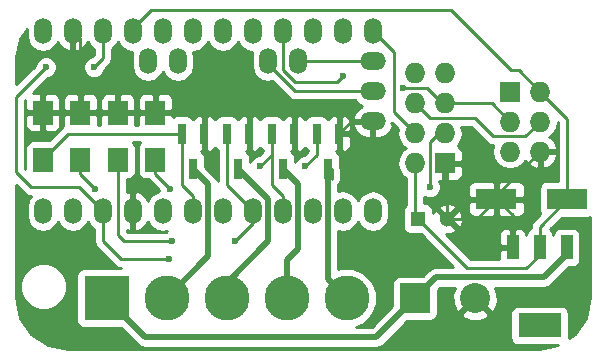
<source format=gbl>
G04 #@! TF.FileFunction,Copper,L2,Bot,Signal*
%FSLAX46Y46*%
G04 Gerber Fmt 4.6, Leading zero omitted, Abs format (unit mm)*
G04 Created by KiCad (PCBNEW 4.0.2-stable) date 01.11.2016 20:23:11*
%MOMM*%
G01*
G04 APERTURE LIST*
%ADD10C,0.100000*%
%ADD11O,1.501140X2.199640*%
%ADD12O,2.199640X1.501140*%
%ADD13O,1.727200X1.727200*%
%ADD14R,1.727200X1.727200*%
%ADD15R,3.500120X1.800860*%
%ADD16R,1.300000X1.300000*%
%ADD17C,1.300000*%
%ADD18C,3.810000*%
%ADD19R,3.810000X3.810000*%
%ADD20R,2.540000X2.540000*%
%ADD21C,2.540000*%
%ADD22R,0.800100X1.800860*%
%ADD23R,1.700000X2.000000*%
%ADD24R,3.657600X2.032000*%
%ADD25R,1.016000X2.032000*%
%ADD26C,0.600000*%
%ADD27C,0.250000*%
%ADD28C,0.500000*%
%ADD29C,0.254000*%
G04 APERTURE END LIST*
D10*
D11*
X127000000Y-74930000D03*
X129540000Y-74930000D03*
X107950000Y-87630000D03*
X110490000Y-87630000D03*
X113030000Y-87630000D03*
X115570000Y-87630000D03*
X118110000Y-87630000D03*
X120650000Y-87630000D03*
X123190000Y-87630000D03*
X125730000Y-87630000D03*
X128270000Y-87630000D03*
X130810000Y-87630000D03*
X133350000Y-87630000D03*
X135890000Y-87630000D03*
X135890000Y-72390000D03*
X133350000Y-72390000D03*
X130810000Y-72390000D03*
X128270000Y-72390000D03*
X125730000Y-72390000D03*
X123190000Y-72390000D03*
X120650000Y-72390000D03*
X118110000Y-72390000D03*
X115570000Y-72390000D03*
X113030000Y-72390000D03*
X110490000Y-72390000D03*
X107950000Y-72390000D03*
X119380000Y-74930000D03*
X116840000Y-74930000D03*
D12*
X135890000Y-74930000D03*
X135890000Y-77470000D03*
X135890000Y-80010000D03*
D13*
X141986000Y-75946000D03*
X139446000Y-75946000D03*
X141986000Y-78486000D03*
X139446000Y-78486000D03*
X141986000Y-81026000D03*
X139446000Y-81026000D03*
D14*
X141986000Y-83566000D03*
D13*
X139446000Y-83566000D03*
D15*
X146352260Y-86614000D03*
X152351740Y-86614000D03*
D16*
X139700000Y-88265000D03*
D17*
X142200000Y-88265000D03*
D18*
X118420000Y-95000000D03*
X123500000Y-95000000D03*
D19*
X113340000Y-95000000D03*
D18*
X128580000Y-95000000D03*
X133660000Y-95000000D03*
D20*
X139460000Y-95000000D03*
D21*
X144540000Y-95000000D03*
D22*
X119700000Y-81048860D03*
X121600000Y-81048860D03*
X120650000Y-84051140D03*
X123510000Y-81048860D03*
X125410000Y-81048860D03*
X124460000Y-84051140D03*
X127320000Y-81048860D03*
X129220000Y-81048860D03*
X128270000Y-84051140D03*
D23*
X107950000Y-83280000D03*
X107950000Y-79280000D03*
X114300000Y-83280000D03*
X114300000Y-79280000D03*
X111125000Y-83280000D03*
X111125000Y-79280000D03*
X117475000Y-83280000D03*
X117475000Y-79280000D03*
D24*
X150000000Y-97302000D03*
D25*
X150000000Y-90698000D03*
X152286000Y-90698000D03*
X147714000Y-90698000D03*
D22*
X131130000Y-81048860D03*
X133030000Y-81048860D03*
X132080000Y-84051140D03*
D14*
X147500000Y-77500000D03*
D13*
X150040000Y-77500000D03*
X147500000Y-80040000D03*
X150040000Y-80040000D03*
X147500000Y-82580000D03*
X150040000Y-82580000D03*
D26*
X133350000Y-76200000D03*
X138430000Y-77216000D03*
X118618000Y-91694000D03*
X112268000Y-75438000D03*
X108204000Y-75438000D03*
X124206000Y-90170000D03*
X118872000Y-90170000D03*
X126365000Y-83820000D03*
X112395000Y-85725000D03*
X130175000Y-83820000D03*
X118745000Y-85725000D03*
X140716000Y-85598000D03*
D27*
X152351740Y-86614000D02*
X152351740Y-79811740D01*
X152351740Y-79811740D02*
X150040000Y-77500000D01*
X150000000Y-90698000D02*
X150000000Y-88965740D01*
X150000000Y-88965740D02*
X152351740Y-86614000D01*
X150000000Y-90698000D02*
X150000000Y-90538000D01*
X115570000Y-72390000D02*
X115570000Y-72136000D01*
X115570000Y-72136000D02*
X117094000Y-70612000D01*
X148232000Y-75692000D02*
X150040000Y-77500000D01*
X150000000Y-90698000D02*
X150000000Y-91300000D01*
X150000000Y-91300000D02*
X148844000Y-92456000D01*
X148844000Y-92456000D02*
X143891000Y-92456000D01*
X143891000Y-92456000D02*
X139446000Y-88011000D01*
X139446000Y-88011000D02*
X139446000Y-83566000D01*
X117094000Y-70612000D02*
X142494000Y-70612000D01*
X142494000Y-70612000D02*
X147574000Y-75692000D01*
X147574000Y-75692000D02*
X148232000Y-75692000D01*
X129220000Y-79690000D02*
X129225000Y-79690000D01*
X133030000Y-79690000D02*
X133030000Y-81048860D01*
X132715000Y-79375000D02*
X133030000Y-79690000D01*
X129540000Y-79375000D02*
X132715000Y-79375000D01*
X129225000Y-79690000D02*
X129540000Y-79375000D01*
X125410000Y-79690000D02*
X125415000Y-79690000D01*
X129220000Y-79690000D02*
X129220000Y-81048860D01*
X128905000Y-79375000D02*
X129220000Y-79690000D01*
X125730000Y-79375000D02*
X128905000Y-79375000D01*
X125415000Y-79690000D02*
X125730000Y-79375000D01*
X121600000Y-79690000D02*
X121605000Y-79690000D01*
X125410000Y-79690000D02*
X125410000Y-81048860D01*
X125095000Y-79375000D02*
X125410000Y-79690000D01*
X121920000Y-79375000D02*
X125095000Y-79375000D01*
X121605000Y-79690000D02*
X121920000Y-79375000D01*
X121600000Y-81048860D02*
X121600000Y-79690000D01*
X121190000Y-79280000D02*
X117475000Y-79280000D01*
X121600000Y-79690000D02*
X121190000Y-79280000D01*
X134068860Y-80010000D02*
X133030000Y-81048860D01*
X135890000Y-80010000D02*
X134068860Y-80010000D01*
X147714000Y-90698000D02*
X147714000Y-87975740D01*
X147714000Y-87975740D02*
X146352260Y-86614000D01*
X142200000Y-88265000D02*
X142200000Y-83780000D01*
X142200000Y-83780000D02*
X141986000Y-83566000D01*
X142200000Y-88265000D02*
X144701260Y-88265000D01*
X144701260Y-88265000D02*
X146352260Y-86614000D01*
X146352260Y-86614000D02*
X146352260Y-86267740D01*
X146352260Y-86267740D02*
X150040000Y-82580000D01*
X111125000Y-79280000D02*
X111125000Y-73025000D01*
X111125000Y-73025000D02*
X110490000Y-72390000D01*
X107950000Y-79280000D02*
X111125000Y-79280000D01*
X111125000Y-79280000D02*
X114300000Y-79280000D01*
X114300000Y-79280000D02*
X117475000Y-79280000D01*
X152114000Y-90526000D02*
X152146000Y-90558000D01*
X152146000Y-90558000D02*
X152146000Y-91440000D01*
D28*
X152146000Y-91440000D02*
X150368000Y-93218000D01*
X150368000Y-93218000D02*
X141224000Y-93218000D01*
X141224000Y-93218000D02*
X139460000Y-95000000D01*
D27*
X113340000Y-95000000D02*
X113340000Y-95052000D01*
D28*
X113340000Y-95052000D02*
X116586000Y-98298000D01*
X116586000Y-98298000D02*
X136162000Y-98298000D01*
X136162000Y-98298000D02*
X139460000Y-95000000D01*
D27*
X141986000Y-78486000D02*
X141732000Y-78486000D01*
X141732000Y-78486000D02*
X140462000Y-77216000D01*
X140462000Y-77216000D02*
X138430000Y-77216000D01*
X141986000Y-78486000D02*
X145946000Y-78486000D01*
X145946000Y-78486000D02*
X147500000Y-80040000D01*
X129286000Y-76708000D02*
X128270000Y-75692000D01*
X132842000Y-76708000D02*
X129286000Y-76708000D01*
X133350000Y-76200000D02*
X132842000Y-76708000D01*
X128270000Y-75692000D02*
X128270000Y-72390000D01*
X148800000Y-81280000D02*
X150040000Y-80040000D01*
X146050000Y-81280000D02*
X148800000Y-81280000D01*
X144526000Y-79756000D02*
X146050000Y-81280000D01*
X140716000Y-79756000D02*
X144526000Y-79756000D01*
X139446000Y-78486000D02*
X140716000Y-79756000D01*
X106934000Y-85598000D02*
X105664000Y-84328000D01*
X110998000Y-85598000D02*
X106934000Y-85598000D01*
X113030000Y-87630000D02*
X113030000Y-90170000D01*
X114554000Y-91694000D02*
X118618000Y-91694000D01*
X113030000Y-90170000D02*
X114554000Y-91694000D01*
X113030000Y-87630000D02*
X110998000Y-85598000D01*
X113030000Y-74676000D02*
X113030000Y-72390000D01*
X112268000Y-75438000D02*
X113030000Y-74676000D01*
X105664000Y-77978000D02*
X108204000Y-75438000D01*
X105664000Y-84328000D02*
X105664000Y-77978000D01*
D28*
X118420000Y-95000000D02*
X118420000Y-94940000D01*
X118420000Y-94940000D02*
X121920000Y-91440000D01*
X121920000Y-91440000D02*
X121920000Y-85321140D01*
X121920000Y-85321140D02*
X120650000Y-84051140D01*
X123500000Y-95000000D02*
X123500000Y-93670000D01*
X123500000Y-93670000D02*
X127000000Y-90170000D01*
X127000000Y-86591140D02*
X124460000Y-84051140D01*
X127000000Y-90170000D02*
X127000000Y-86591140D01*
X128580000Y-95000000D02*
X128580000Y-91765000D01*
X129540000Y-85321140D02*
X128270000Y-84051140D01*
X129540000Y-90805000D02*
X129540000Y-85321140D01*
X128580000Y-91765000D02*
X129540000Y-90805000D01*
X129540000Y-94040000D02*
X128580000Y-95000000D01*
X133660000Y-95000000D02*
X133660000Y-94925000D01*
X133660000Y-94925000D02*
X132080000Y-93345000D01*
X132080000Y-93345000D02*
X132080000Y-84051140D01*
D27*
X132400000Y-84051140D02*
X132400000Y-84902000D01*
X120650000Y-87630000D02*
X120650000Y-86360000D01*
X119700000Y-85410000D02*
X119700000Y-81048860D01*
X120650000Y-86360000D02*
X119700000Y-85410000D01*
X120970000Y-87310000D02*
X120650000Y-87630000D01*
X107950000Y-83280000D02*
X107950000Y-83185000D01*
X107950000Y-83185000D02*
X110086140Y-81048860D01*
X110086140Y-81048860D02*
X119700000Y-81048860D01*
X107950000Y-83280000D02*
X107950000Y-83058000D01*
X123510000Y-81048860D02*
X123510000Y-85410000D01*
X123510000Y-85410000D02*
X125730000Y-87630000D01*
X124206000Y-90170000D02*
X125730000Y-88646000D01*
X125730000Y-88646000D02*
X125730000Y-87630000D01*
X114300000Y-83280000D02*
X114300000Y-89662000D01*
X114808000Y-90170000D02*
X118872000Y-90170000D01*
X114300000Y-89662000D02*
X114808000Y-90170000D01*
X111125000Y-83280000D02*
X111125000Y-84455000D01*
X127320000Y-82865000D02*
X127320000Y-81048860D01*
X126365000Y-83820000D02*
X127320000Y-82865000D01*
X111125000Y-84455000D02*
X112395000Y-85725000D01*
X127320000Y-81048860D02*
X127320000Y-85410000D01*
X128270000Y-86360000D02*
X128270000Y-87630000D01*
X127320000Y-85410000D02*
X128270000Y-86360000D01*
X128590000Y-87310000D02*
X128270000Y-87630000D01*
X117475000Y-83280000D02*
X117475000Y-84455000D01*
X131130000Y-82865000D02*
X131130000Y-81048860D01*
X130175000Y-83820000D02*
X131130000Y-82865000D01*
X117475000Y-84455000D02*
X118745000Y-85725000D01*
X141986000Y-81026000D02*
X141478000Y-81026000D01*
X141478000Y-81026000D02*
X140716000Y-81788000D01*
X140716000Y-81788000D02*
X140716000Y-85598000D01*
X137668000Y-79248000D02*
X139446000Y-81026000D01*
X137668000Y-74168000D02*
X137668000Y-79248000D01*
X135890000Y-72390000D02*
X137668000Y-74168000D01*
X127000000Y-74930000D02*
X127000000Y-75184000D01*
X127000000Y-75184000D02*
X129286000Y-77470000D01*
X129286000Y-77470000D02*
X135890000Y-77470000D01*
X129540000Y-74930000D02*
X135890000Y-74930000D01*
D29*
G36*
X106396599Y-86135401D02*
X106643160Y-86300148D01*
X106912340Y-86353692D01*
X106669900Y-86716528D01*
X106564430Y-87246763D01*
X106564430Y-88013237D01*
X106669900Y-88543472D01*
X106970254Y-88992983D01*
X107419765Y-89293337D01*
X107950000Y-89398807D01*
X108480235Y-89293337D01*
X108929746Y-88992983D01*
X109220000Y-88558588D01*
X109510254Y-88992983D01*
X109959765Y-89293337D01*
X110490000Y-89398807D01*
X111020235Y-89293337D01*
X111469746Y-88992983D01*
X111760000Y-88558588D01*
X112050254Y-88992983D01*
X112270000Y-89139813D01*
X112270000Y-90170000D01*
X112327852Y-90460839D01*
X112492599Y-90707401D01*
X114016599Y-92231401D01*
X114263160Y-92396148D01*
X114284371Y-92400367D01*
X114521624Y-92447560D01*
X111435000Y-92447560D01*
X111199683Y-92491838D01*
X110983559Y-92630910D01*
X110838569Y-92843110D01*
X110787560Y-93095000D01*
X110787560Y-96905000D01*
X110831838Y-97140317D01*
X110970910Y-97356441D01*
X111183110Y-97501431D01*
X111435000Y-97552440D01*
X114588861Y-97552440D01*
X115960208Y-98923787D01*
X115960210Y-98923790D01*
X116247325Y-99115633D01*
X116586000Y-99183001D01*
X116586005Y-99183000D01*
X136161995Y-99183000D01*
X136162000Y-99183001D01*
X136449175Y-99125877D01*
X136500675Y-99115633D01*
X136787790Y-98923790D01*
X136787791Y-98923789D01*
X138794139Y-96917440D01*
X140730000Y-96917440D01*
X140965317Y-96873162D01*
X141181441Y-96734090D01*
X141326431Y-96521890D01*
X141361689Y-96347777D01*
X143371828Y-96347777D01*
X143503520Y-96642657D01*
X144211036Y-96914261D01*
X144968632Y-96894436D01*
X145576480Y-96642657D01*
X145708172Y-96347777D01*
X144540000Y-95179605D01*
X143371828Y-96347777D01*
X141361689Y-96347777D01*
X141377440Y-96270000D01*
X141377440Y-94320975D01*
X141593213Y-94103000D01*
X142843799Y-94103000D01*
X142625739Y-94671036D01*
X142645564Y-95428632D01*
X142897343Y-96036480D01*
X143192223Y-96168172D01*
X144360395Y-95000000D01*
X144346253Y-94985858D01*
X144525858Y-94806253D01*
X144540000Y-94820395D01*
X144554143Y-94806253D01*
X144733748Y-94985858D01*
X144719605Y-95000000D01*
X145887777Y-96168172D01*
X146182657Y-96036480D01*
X146454261Y-95328964D01*
X146434436Y-94571368D01*
X146240432Y-94103000D01*
X150367995Y-94103000D01*
X150368000Y-94103001D01*
X150650484Y-94046810D01*
X150706675Y-94035633D01*
X150993790Y-93843790D01*
X152476139Y-92361440D01*
X152794000Y-92361440D01*
X153029317Y-92317162D01*
X153245441Y-92178090D01*
X153390431Y-91965890D01*
X153441440Y-91714000D01*
X153441440Y-89682000D01*
X153397162Y-89446683D01*
X153258090Y-89230559D01*
X153045890Y-89085569D01*
X152794000Y-89034560D01*
X151778000Y-89034560D01*
X151542683Y-89078838D01*
X151326559Y-89217910D01*
X151181569Y-89430110D01*
X151143457Y-89618314D01*
X151111162Y-89446683D01*
X150972090Y-89230559D01*
X150875785Y-89164757D01*
X151878672Y-88161870D01*
X154101800Y-88161870D01*
X154290000Y-88126458D01*
X154290000Y-94930069D01*
X153950592Y-96636390D01*
X153023654Y-98023651D01*
X152459513Y-98400598D01*
X152476240Y-98318000D01*
X152476240Y-96286000D01*
X152431962Y-96050683D01*
X152292890Y-95834559D01*
X152080690Y-95689569D01*
X151828800Y-95638560D01*
X148171200Y-95638560D01*
X147935883Y-95682838D01*
X147719759Y-95821910D01*
X147574769Y-96034110D01*
X147523760Y-96286000D01*
X147523760Y-98318000D01*
X147568038Y-98553317D01*
X147707110Y-98769441D01*
X147919310Y-98914431D01*
X148171200Y-98965440D01*
X151561744Y-98965440D01*
X149930069Y-99290000D01*
X110069931Y-99290000D01*
X108363610Y-98950592D01*
X106976349Y-98023654D01*
X106049408Y-96636390D01*
X105710000Y-94930069D01*
X105710000Y-94393109D01*
X106014657Y-94393109D01*
X106316218Y-95122943D01*
X106874120Y-95681819D01*
X107603427Y-95984654D01*
X108393109Y-95985343D01*
X109122943Y-95683782D01*
X109681819Y-95125880D01*
X109984654Y-94396573D01*
X109985343Y-93606891D01*
X109683782Y-92877057D01*
X109125880Y-92318181D01*
X108396573Y-92015346D01*
X107606891Y-92014657D01*
X106877057Y-92316218D01*
X106318181Y-92874120D01*
X106015346Y-93603427D01*
X106014657Y-94393109D01*
X105710000Y-94393109D01*
X105710000Y-85448802D01*
X106396599Y-86135401D01*
X106396599Y-86135401D01*
G37*
X106396599Y-86135401D02*
X106643160Y-86300148D01*
X106912340Y-86353692D01*
X106669900Y-86716528D01*
X106564430Y-87246763D01*
X106564430Y-88013237D01*
X106669900Y-88543472D01*
X106970254Y-88992983D01*
X107419765Y-89293337D01*
X107950000Y-89398807D01*
X108480235Y-89293337D01*
X108929746Y-88992983D01*
X109220000Y-88558588D01*
X109510254Y-88992983D01*
X109959765Y-89293337D01*
X110490000Y-89398807D01*
X111020235Y-89293337D01*
X111469746Y-88992983D01*
X111760000Y-88558588D01*
X112050254Y-88992983D01*
X112270000Y-89139813D01*
X112270000Y-90170000D01*
X112327852Y-90460839D01*
X112492599Y-90707401D01*
X114016599Y-92231401D01*
X114263160Y-92396148D01*
X114284371Y-92400367D01*
X114521624Y-92447560D01*
X111435000Y-92447560D01*
X111199683Y-92491838D01*
X110983559Y-92630910D01*
X110838569Y-92843110D01*
X110787560Y-93095000D01*
X110787560Y-96905000D01*
X110831838Y-97140317D01*
X110970910Y-97356441D01*
X111183110Y-97501431D01*
X111435000Y-97552440D01*
X114588861Y-97552440D01*
X115960208Y-98923787D01*
X115960210Y-98923790D01*
X116247325Y-99115633D01*
X116586000Y-99183001D01*
X116586005Y-99183000D01*
X136161995Y-99183000D01*
X136162000Y-99183001D01*
X136449175Y-99125877D01*
X136500675Y-99115633D01*
X136787790Y-98923790D01*
X136787791Y-98923789D01*
X138794139Y-96917440D01*
X140730000Y-96917440D01*
X140965317Y-96873162D01*
X141181441Y-96734090D01*
X141326431Y-96521890D01*
X141361689Y-96347777D01*
X143371828Y-96347777D01*
X143503520Y-96642657D01*
X144211036Y-96914261D01*
X144968632Y-96894436D01*
X145576480Y-96642657D01*
X145708172Y-96347777D01*
X144540000Y-95179605D01*
X143371828Y-96347777D01*
X141361689Y-96347777D01*
X141377440Y-96270000D01*
X141377440Y-94320975D01*
X141593213Y-94103000D01*
X142843799Y-94103000D01*
X142625739Y-94671036D01*
X142645564Y-95428632D01*
X142897343Y-96036480D01*
X143192223Y-96168172D01*
X144360395Y-95000000D01*
X144346253Y-94985858D01*
X144525858Y-94806253D01*
X144540000Y-94820395D01*
X144554143Y-94806253D01*
X144733748Y-94985858D01*
X144719605Y-95000000D01*
X145887777Y-96168172D01*
X146182657Y-96036480D01*
X146454261Y-95328964D01*
X146434436Y-94571368D01*
X146240432Y-94103000D01*
X150367995Y-94103000D01*
X150368000Y-94103001D01*
X150650484Y-94046810D01*
X150706675Y-94035633D01*
X150993790Y-93843790D01*
X152476139Y-92361440D01*
X152794000Y-92361440D01*
X153029317Y-92317162D01*
X153245441Y-92178090D01*
X153390431Y-91965890D01*
X153441440Y-91714000D01*
X153441440Y-89682000D01*
X153397162Y-89446683D01*
X153258090Y-89230559D01*
X153045890Y-89085569D01*
X152794000Y-89034560D01*
X151778000Y-89034560D01*
X151542683Y-89078838D01*
X151326559Y-89217910D01*
X151181569Y-89430110D01*
X151143457Y-89618314D01*
X151111162Y-89446683D01*
X150972090Y-89230559D01*
X150875785Y-89164757D01*
X151878672Y-88161870D01*
X154101800Y-88161870D01*
X154290000Y-88126458D01*
X154290000Y-94930069D01*
X153950592Y-96636390D01*
X153023654Y-98023651D01*
X152459513Y-98400598D01*
X152476240Y-98318000D01*
X152476240Y-96286000D01*
X152431962Y-96050683D01*
X152292890Y-95834559D01*
X152080690Y-95689569D01*
X151828800Y-95638560D01*
X148171200Y-95638560D01*
X147935883Y-95682838D01*
X147719759Y-95821910D01*
X147574769Y-96034110D01*
X147523760Y-96286000D01*
X147523760Y-98318000D01*
X147568038Y-98553317D01*
X147707110Y-98769441D01*
X147919310Y-98914431D01*
X148171200Y-98965440D01*
X151561744Y-98965440D01*
X149930069Y-99290000D01*
X110069931Y-99290000D01*
X108363610Y-98950592D01*
X106976349Y-98023654D01*
X106049408Y-96636390D01*
X105710000Y-94930069D01*
X105710000Y-94393109D01*
X106014657Y-94393109D01*
X106316218Y-95122943D01*
X106874120Y-95681819D01*
X107603427Y-95984654D01*
X108393109Y-95985343D01*
X109122943Y-95683782D01*
X109681819Y-95125880D01*
X109984654Y-94396573D01*
X109985343Y-93606891D01*
X109683782Y-92877057D01*
X109125880Y-92318181D01*
X108396573Y-92015346D01*
X107606891Y-92014657D01*
X106877057Y-92316218D01*
X106318181Y-92874120D01*
X106015346Y-93603427D01*
X106014657Y-94393109D01*
X105710000Y-94393109D01*
X105710000Y-85448802D01*
X106396599Y-86135401D01*
G36*
X106564430Y-72773237D02*
X106669900Y-73303472D01*
X106970254Y-73752983D01*
X107419765Y-74053337D01*
X107950000Y-74158807D01*
X108480235Y-74053337D01*
X108929746Y-73752983D01*
X109230100Y-73303472D01*
X109231601Y-73295928D01*
X109258501Y-73386817D01*
X109600056Y-73808798D01*
X110077097Y-74067950D01*
X110148725Y-74082133D01*
X110363000Y-73959479D01*
X110363000Y-72517000D01*
X110343000Y-72517000D01*
X110343000Y-72263000D01*
X110363000Y-72263000D01*
X110363000Y-72243000D01*
X110617000Y-72243000D01*
X110617000Y-72263000D01*
X110637000Y-72263000D01*
X110637000Y-72517000D01*
X110617000Y-72517000D01*
X110617000Y-73959479D01*
X110831275Y-74082133D01*
X110902903Y-74067950D01*
X111379944Y-73808798D01*
X111721499Y-73386817D01*
X111748399Y-73295928D01*
X111749900Y-73303472D01*
X112050254Y-73752983D01*
X112270000Y-73899813D01*
X112270000Y-74361198D01*
X112128320Y-74502878D01*
X112082833Y-74502838D01*
X111739057Y-74644883D01*
X111475808Y-74907673D01*
X111333162Y-75251201D01*
X111332838Y-75623167D01*
X111474883Y-75966943D01*
X111737673Y-76230192D01*
X112081201Y-76372838D01*
X112453167Y-76373162D01*
X112796943Y-76231117D01*
X113060192Y-75968327D01*
X113202838Y-75624799D01*
X113202879Y-75577923D01*
X113567401Y-75213401D01*
X113732148Y-74966839D01*
X113790000Y-74676000D01*
X113790000Y-73899813D01*
X114009746Y-73752983D01*
X114300000Y-73318588D01*
X114590254Y-73752983D01*
X115039765Y-74053337D01*
X115533061Y-74151459D01*
X115454430Y-74546763D01*
X115454430Y-75313237D01*
X115559900Y-75843472D01*
X115860254Y-76292983D01*
X116309765Y-76593337D01*
X116840000Y-76698807D01*
X117370235Y-76593337D01*
X117819746Y-76292983D01*
X118110000Y-75858588D01*
X118400254Y-76292983D01*
X118849765Y-76593337D01*
X119380000Y-76698807D01*
X119910235Y-76593337D01*
X120359746Y-76292983D01*
X120660100Y-75843472D01*
X120765570Y-75313237D01*
X120765570Y-74546763D01*
X120686939Y-74151459D01*
X121180235Y-74053337D01*
X121629746Y-73752983D01*
X121920000Y-73318588D01*
X122210254Y-73752983D01*
X122659765Y-74053337D01*
X123190000Y-74158807D01*
X123720235Y-74053337D01*
X124169746Y-73752983D01*
X124460000Y-73318588D01*
X124750254Y-73752983D01*
X125199765Y-74053337D01*
X125693061Y-74151459D01*
X125614430Y-74546763D01*
X125614430Y-75313237D01*
X125719900Y-75843472D01*
X126020254Y-76292983D01*
X126469765Y-76593337D01*
X127000000Y-76698807D01*
X127367004Y-76625806D01*
X128748599Y-78007401D01*
X128995160Y-78172148D01*
X129286000Y-78230000D01*
X134380187Y-78230000D01*
X134527017Y-78449746D01*
X134976528Y-78750100D01*
X134984072Y-78751601D01*
X134893183Y-78778501D01*
X134471202Y-79120056D01*
X134212050Y-79597097D01*
X134197867Y-79668725D01*
X134320521Y-79883000D01*
X135763000Y-79883000D01*
X135763000Y-79863000D01*
X136017000Y-79863000D01*
X136017000Y-79883000D01*
X136037000Y-79883000D01*
X136037000Y-80137000D01*
X136017000Y-80137000D01*
X136017000Y-81395570D01*
X136366250Y-81395570D01*
X136886817Y-81241499D01*
X137308798Y-80899944D01*
X137567950Y-80422903D01*
X137582133Y-80351275D01*
X137459480Y-80137002D01*
X137482200Y-80137002D01*
X138012842Y-80667644D01*
X137947400Y-80996641D01*
X137947400Y-81055359D01*
X138061474Y-81628848D01*
X138386330Y-82115029D01*
X138657172Y-82296000D01*
X138386330Y-82476971D01*
X138061474Y-82963152D01*
X137947400Y-83536641D01*
X137947400Y-83595359D01*
X138061474Y-84168848D01*
X138386330Y-84655029D01*
X138686000Y-84855262D01*
X138686000Y-87094643D01*
X138598559Y-87150910D01*
X138453569Y-87363110D01*
X138402560Y-87615000D01*
X138402560Y-88915000D01*
X138446838Y-89150317D01*
X138585910Y-89366441D01*
X138798110Y-89511431D01*
X139050000Y-89562440D01*
X139922638Y-89562440D01*
X142693198Y-92333000D01*
X141224000Y-92333000D01*
X141221756Y-92333446D01*
X141219508Y-92333011D01*
X141052425Y-92367129D01*
X140885325Y-92400367D01*
X140883423Y-92401638D01*
X140881180Y-92402096D01*
X140739986Y-92497479D01*
X140598210Y-92592210D01*
X140596937Y-92594115D01*
X140595042Y-92595395D01*
X140112798Y-93082560D01*
X138190000Y-93082560D01*
X137954683Y-93126838D01*
X137738559Y-93265910D01*
X137593569Y-93478110D01*
X137542560Y-93730000D01*
X137542560Y-95665861D01*
X135795420Y-97413000D01*
X134471449Y-97413000D01*
X135096915Y-97154563D01*
X135812052Y-96440673D01*
X136199559Y-95507454D01*
X136200440Y-94496979D01*
X135814563Y-93563085D01*
X135100673Y-92847948D01*
X134167454Y-92460441D01*
X133156979Y-92459560D01*
X132965000Y-92538884D01*
X132965000Y-89322226D01*
X133350000Y-89398807D01*
X133880235Y-89293337D01*
X134329746Y-88992983D01*
X134620000Y-88558588D01*
X134910254Y-88992983D01*
X135359765Y-89293337D01*
X135890000Y-89398807D01*
X136420235Y-89293337D01*
X136869746Y-88992983D01*
X137170100Y-88543472D01*
X137275570Y-88013237D01*
X137275570Y-87246763D01*
X137170100Y-86716528D01*
X136869746Y-86267017D01*
X136420235Y-85966663D01*
X135890000Y-85861193D01*
X135359765Y-85966663D01*
X134910254Y-86267017D01*
X134620000Y-86701412D01*
X134329746Y-86267017D01*
X133880235Y-85966663D01*
X133350000Y-85861193D01*
X132965000Y-85937774D01*
X132965000Y-85398096D01*
X133102148Y-85192839D01*
X133160000Y-84902000D01*
X133160000Y-84051140D01*
X133127490Y-83887703D01*
X133127490Y-83150710D01*
X133083212Y-82915393D01*
X132944140Y-82699269D01*
X132757082Y-82571458D01*
X132903000Y-82425540D01*
X132903000Y-81175860D01*
X133157000Y-81175860D01*
X133157000Y-82425540D01*
X133315750Y-82584290D01*
X133556359Y-82584290D01*
X133789748Y-82487617D01*
X133968377Y-82308989D01*
X134065050Y-82075600D01*
X134065050Y-81334610D01*
X133906300Y-81175860D01*
X133157000Y-81175860D01*
X132903000Y-81175860D01*
X132883000Y-81175860D01*
X132883000Y-80921860D01*
X132903000Y-80921860D01*
X132903000Y-79672180D01*
X133157000Y-79672180D01*
X133157000Y-80921860D01*
X133906300Y-80921860D01*
X134065050Y-80763110D01*
X134065050Y-80351275D01*
X134197867Y-80351275D01*
X134212050Y-80422903D01*
X134471202Y-80899944D01*
X134893183Y-81241499D01*
X135413750Y-81395570D01*
X135763000Y-81395570D01*
X135763000Y-80137000D01*
X134320521Y-80137000D01*
X134197867Y-80351275D01*
X134065050Y-80351275D01*
X134065050Y-80022120D01*
X133968377Y-79788731D01*
X133789748Y-79610103D01*
X133556359Y-79513430D01*
X133315750Y-79513430D01*
X133157000Y-79672180D01*
X132903000Y-79672180D01*
X132744250Y-79513430D01*
X132503641Y-79513430D01*
X132270252Y-79610103D01*
X132091623Y-79788731D01*
X132076566Y-79825082D01*
X131994140Y-79696989D01*
X131781940Y-79551999D01*
X131530050Y-79500990D01*
X130729950Y-79500990D01*
X130494633Y-79545268D01*
X130278509Y-79684340D01*
X130176797Y-79833201D01*
X130158377Y-79788731D01*
X129979748Y-79610103D01*
X129746359Y-79513430D01*
X129505750Y-79513430D01*
X129347000Y-79672180D01*
X129347000Y-80921860D01*
X129367000Y-80921860D01*
X129367000Y-81175860D01*
X129347000Y-81175860D01*
X129347000Y-82425540D01*
X129505750Y-82584290D01*
X129746359Y-82584290D01*
X129979748Y-82487617D01*
X130158377Y-82308989D01*
X130177350Y-82263183D01*
X130265860Y-82400731D01*
X130370000Y-82471887D01*
X130370000Y-82550198D01*
X130035320Y-82884878D01*
X129989833Y-82884838D01*
X129646057Y-83026883D01*
X129382808Y-83289673D01*
X129317490Y-83446975D01*
X129317490Y-83150710D01*
X129273212Y-82915393D01*
X129134140Y-82699269D01*
X128947082Y-82571458D01*
X129093000Y-82425540D01*
X129093000Y-81175860D01*
X129073000Y-81175860D01*
X129073000Y-80921860D01*
X129093000Y-80921860D01*
X129093000Y-79672180D01*
X128934250Y-79513430D01*
X128693641Y-79513430D01*
X128460252Y-79610103D01*
X128281623Y-79788731D01*
X128266566Y-79825082D01*
X128184140Y-79696989D01*
X127971940Y-79551999D01*
X127720050Y-79500990D01*
X126919950Y-79500990D01*
X126684633Y-79545268D01*
X126468509Y-79684340D01*
X126366797Y-79833201D01*
X126348377Y-79788731D01*
X126169748Y-79610103D01*
X125936359Y-79513430D01*
X125695750Y-79513430D01*
X125537000Y-79672180D01*
X125537000Y-80921860D01*
X125557000Y-80921860D01*
X125557000Y-81175860D01*
X125537000Y-81175860D01*
X125537000Y-82425540D01*
X125695750Y-82584290D01*
X125936359Y-82584290D01*
X126169748Y-82487617D01*
X126348377Y-82308989D01*
X126367350Y-82263183D01*
X126455860Y-82400731D01*
X126560000Y-82471887D01*
X126560000Y-82550198D01*
X126225320Y-82884878D01*
X126179833Y-82884838D01*
X125836057Y-83026883D01*
X125572808Y-83289673D01*
X125507490Y-83446975D01*
X125507490Y-83150710D01*
X125463212Y-82915393D01*
X125324140Y-82699269D01*
X125137082Y-82571458D01*
X125283000Y-82425540D01*
X125283000Y-81175860D01*
X125263000Y-81175860D01*
X125263000Y-80921860D01*
X125283000Y-80921860D01*
X125283000Y-79672180D01*
X125124250Y-79513430D01*
X124883641Y-79513430D01*
X124650252Y-79610103D01*
X124471623Y-79788731D01*
X124456566Y-79825082D01*
X124374140Y-79696989D01*
X124161940Y-79551999D01*
X123910050Y-79500990D01*
X123109950Y-79500990D01*
X122874633Y-79545268D01*
X122658509Y-79684340D01*
X122556797Y-79833201D01*
X122538377Y-79788731D01*
X122359748Y-79610103D01*
X122126359Y-79513430D01*
X121885750Y-79513430D01*
X121727000Y-79672180D01*
X121727000Y-80921860D01*
X121747000Y-80921860D01*
X121747000Y-81175860D01*
X121727000Y-81175860D01*
X121727000Y-82425540D01*
X121885750Y-82584290D01*
X122126359Y-82584290D01*
X122359748Y-82487617D01*
X122538377Y-82308989D01*
X122557350Y-82263183D01*
X122645860Y-82400731D01*
X122750000Y-82471887D01*
X122750000Y-85044637D01*
X122737633Y-84982465D01*
X122703835Y-84931883D01*
X122545790Y-84695350D01*
X122545787Y-84695348D01*
X121697490Y-83847050D01*
X121697490Y-83150710D01*
X121653212Y-82915393D01*
X121514140Y-82699269D01*
X121327082Y-82571458D01*
X121473000Y-82425540D01*
X121473000Y-81175860D01*
X121453000Y-81175860D01*
X121453000Y-80921860D01*
X121473000Y-80921860D01*
X121473000Y-79672180D01*
X121314250Y-79513430D01*
X121073641Y-79513430D01*
X120840252Y-79610103D01*
X120661623Y-79788731D01*
X120646566Y-79825082D01*
X120564140Y-79696989D01*
X120351940Y-79551999D01*
X120100050Y-79500990D01*
X119299950Y-79500990D01*
X119064633Y-79545268D01*
X118960000Y-79612597D01*
X118960000Y-79565750D01*
X118801250Y-79407000D01*
X117602000Y-79407000D01*
X117602000Y-79427000D01*
X117348000Y-79427000D01*
X117348000Y-79407000D01*
X116148750Y-79407000D01*
X115990000Y-79565750D01*
X115990000Y-80288860D01*
X115785000Y-80288860D01*
X115785000Y-79565750D01*
X115626250Y-79407000D01*
X114427000Y-79407000D01*
X114427000Y-79427000D01*
X114173000Y-79427000D01*
X114173000Y-79407000D01*
X112973750Y-79407000D01*
X112815000Y-79565750D01*
X112815000Y-80288860D01*
X112610000Y-80288860D01*
X112610000Y-79565750D01*
X112451250Y-79407000D01*
X111252000Y-79407000D01*
X111252000Y-79427000D01*
X110998000Y-79427000D01*
X110998000Y-79407000D01*
X109798750Y-79407000D01*
X109640000Y-79565750D01*
X109640000Y-80406309D01*
X109654330Y-80440905D01*
X109548739Y-80511459D01*
X108427638Y-81632560D01*
X107100000Y-81632560D01*
X106864683Y-81676838D01*
X106648559Y-81815910D01*
X106503569Y-82028110D01*
X106452560Y-82280000D01*
X106452560Y-84041758D01*
X106424000Y-84013198D01*
X106424000Y-79565750D01*
X106465000Y-79565750D01*
X106465000Y-80406309D01*
X106561673Y-80639698D01*
X106740301Y-80818327D01*
X106973690Y-80915000D01*
X107664250Y-80915000D01*
X107823000Y-80756250D01*
X107823000Y-79407000D01*
X108077000Y-79407000D01*
X108077000Y-80756250D01*
X108235750Y-80915000D01*
X108926310Y-80915000D01*
X109159699Y-80818327D01*
X109338327Y-80639698D01*
X109435000Y-80406309D01*
X109435000Y-79565750D01*
X109276250Y-79407000D01*
X108077000Y-79407000D01*
X107823000Y-79407000D01*
X106623750Y-79407000D01*
X106465000Y-79565750D01*
X106424000Y-79565750D01*
X106424000Y-78292802D01*
X106465000Y-78251802D01*
X106465000Y-78994250D01*
X106623750Y-79153000D01*
X107823000Y-79153000D01*
X107823000Y-77803750D01*
X108077000Y-77803750D01*
X108077000Y-79153000D01*
X109276250Y-79153000D01*
X109435000Y-78994250D01*
X109435000Y-78153691D01*
X109640000Y-78153691D01*
X109640000Y-78994250D01*
X109798750Y-79153000D01*
X110998000Y-79153000D01*
X110998000Y-77803750D01*
X111252000Y-77803750D01*
X111252000Y-79153000D01*
X112451250Y-79153000D01*
X112610000Y-78994250D01*
X112610000Y-78153691D01*
X112815000Y-78153691D01*
X112815000Y-78994250D01*
X112973750Y-79153000D01*
X114173000Y-79153000D01*
X114173000Y-77803750D01*
X114427000Y-77803750D01*
X114427000Y-79153000D01*
X115626250Y-79153000D01*
X115785000Y-78994250D01*
X115785000Y-78153691D01*
X115990000Y-78153691D01*
X115990000Y-78994250D01*
X116148750Y-79153000D01*
X117348000Y-79153000D01*
X117348000Y-77803750D01*
X117602000Y-77803750D01*
X117602000Y-79153000D01*
X118801250Y-79153000D01*
X118960000Y-78994250D01*
X118960000Y-78153691D01*
X118863327Y-77920302D01*
X118684699Y-77741673D01*
X118451310Y-77645000D01*
X117760750Y-77645000D01*
X117602000Y-77803750D01*
X117348000Y-77803750D01*
X117189250Y-77645000D01*
X116498690Y-77645000D01*
X116265301Y-77741673D01*
X116086673Y-77920302D01*
X115990000Y-78153691D01*
X115785000Y-78153691D01*
X115688327Y-77920302D01*
X115509699Y-77741673D01*
X115276310Y-77645000D01*
X114585750Y-77645000D01*
X114427000Y-77803750D01*
X114173000Y-77803750D01*
X114014250Y-77645000D01*
X113323690Y-77645000D01*
X113090301Y-77741673D01*
X112911673Y-77920302D01*
X112815000Y-78153691D01*
X112610000Y-78153691D01*
X112513327Y-77920302D01*
X112334699Y-77741673D01*
X112101310Y-77645000D01*
X111410750Y-77645000D01*
X111252000Y-77803750D01*
X110998000Y-77803750D01*
X110839250Y-77645000D01*
X110148690Y-77645000D01*
X109915301Y-77741673D01*
X109736673Y-77920302D01*
X109640000Y-78153691D01*
X109435000Y-78153691D01*
X109338327Y-77920302D01*
X109159699Y-77741673D01*
X108926310Y-77645000D01*
X108235750Y-77645000D01*
X108077000Y-77803750D01*
X107823000Y-77803750D01*
X107664250Y-77645000D01*
X107071802Y-77645000D01*
X108343680Y-76373122D01*
X108389167Y-76373162D01*
X108732943Y-76231117D01*
X108996192Y-75968327D01*
X109138838Y-75624799D01*
X109139162Y-75252833D01*
X108997117Y-74909057D01*
X108734327Y-74645808D01*
X108390799Y-74503162D01*
X108018833Y-74502838D01*
X107675057Y-74644883D01*
X107411808Y-74907673D01*
X107269162Y-75251201D01*
X107269121Y-75298077D01*
X105710000Y-76857198D01*
X105710000Y-74569931D01*
X106011347Y-73054955D01*
X106564430Y-72227206D01*
X106564430Y-72773237D01*
X106564430Y-72773237D01*
G37*
X106564430Y-72773237D02*
X106669900Y-73303472D01*
X106970254Y-73752983D01*
X107419765Y-74053337D01*
X107950000Y-74158807D01*
X108480235Y-74053337D01*
X108929746Y-73752983D01*
X109230100Y-73303472D01*
X109231601Y-73295928D01*
X109258501Y-73386817D01*
X109600056Y-73808798D01*
X110077097Y-74067950D01*
X110148725Y-74082133D01*
X110363000Y-73959479D01*
X110363000Y-72517000D01*
X110343000Y-72517000D01*
X110343000Y-72263000D01*
X110363000Y-72263000D01*
X110363000Y-72243000D01*
X110617000Y-72243000D01*
X110617000Y-72263000D01*
X110637000Y-72263000D01*
X110637000Y-72517000D01*
X110617000Y-72517000D01*
X110617000Y-73959479D01*
X110831275Y-74082133D01*
X110902903Y-74067950D01*
X111379944Y-73808798D01*
X111721499Y-73386817D01*
X111748399Y-73295928D01*
X111749900Y-73303472D01*
X112050254Y-73752983D01*
X112270000Y-73899813D01*
X112270000Y-74361198D01*
X112128320Y-74502878D01*
X112082833Y-74502838D01*
X111739057Y-74644883D01*
X111475808Y-74907673D01*
X111333162Y-75251201D01*
X111332838Y-75623167D01*
X111474883Y-75966943D01*
X111737673Y-76230192D01*
X112081201Y-76372838D01*
X112453167Y-76373162D01*
X112796943Y-76231117D01*
X113060192Y-75968327D01*
X113202838Y-75624799D01*
X113202879Y-75577923D01*
X113567401Y-75213401D01*
X113732148Y-74966839D01*
X113790000Y-74676000D01*
X113790000Y-73899813D01*
X114009746Y-73752983D01*
X114300000Y-73318588D01*
X114590254Y-73752983D01*
X115039765Y-74053337D01*
X115533061Y-74151459D01*
X115454430Y-74546763D01*
X115454430Y-75313237D01*
X115559900Y-75843472D01*
X115860254Y-76292983D01*
X116309765Y-76593337D01*
X116840000Y-76698807D01*
X117370235Y-76593337D01*
X117819746Y-76292983D01*
X118110000Y-75858588D01*
X118400254Y-76292983D01*
X118849765Y-76593337D01*
X119380000Y-76698807D01*
X119910235Y-76593337D01*
X120359746Y-76292983D01*
X120660100Y-75843472D01*
X120765570Y-75313237D01*
X120765570Y-74546763D01*
X120686939Y-74151459D01*
X121180235Y-74053337D01*
X121629746Y-73752983D01*
X121920000Y-73318588D01*
X122210254Y-73752983D01*
X122659765Y-74053337D01*
X123190000Y-74158807D01*
X123720235Y-74053337D01*
X124169746Y-73752983D01*
X124460000Y-73318588D01*
X124750254Y-73752983D01*
X125199765Y-74053337D01*
X125693061Y-74151459D01*
X125614430Y-74546763D01*
X125614430Y-75313237D01*
X125719900Y-75843472D01*
X126020254Y-76292983D01*
X126469765Y-76593337D01*
X127000000Y-76698807D01*
X127367004Y-76625806D01*
X128748599Y-78007401D01*
X128995160Y-78172148D01*
X129286000Y-78230000D01*
X134380187Y-78230000D01*
X134527017Y-78449746D01*
X134976528Y-78750100D01*
X134984072Y-78751601D01*
X134893183Y-78778501D01*
X134471202Y-79120056D01*
X134212050Y-79597097D01*
X134197867Y-79668725D01*
X134320521Y-79883000D01*
X135763000Y-79883000D01*
X135763000Y-79863000D01*
X136017000Y-79863000D01*
X136017000Y-79883000D01*
X136037000Y-79883000D01*
X136037000Y-80137000D01*
X136017000Y-80137000D01*
X136017000Y-81395570D01*
X136366250Y-81395570D01*
X136886817Y-81241499D01*
X137308798Y-80899944D01*
X137567950Y-80422903D01*
X137582133Y-80351275D01*
X137459480Y-80137002D01*
X137482200Y-80137002D01*
X138012842Y-80667644D01*
X137947400Y-80996641D01*
X137947400Y-81055359D01*
X138061474Y-81628848D01*
X138386330Y-82115029D01*
X138657172Y-82296000D01*
X138386330Y-82476971D01*
X138061474Y-82963152D01*
X137947400Y-83536641D01*
X137947400Y-83595359D01*
X138061474Y-84168848D01*
X138386330Y-84655029D01*
X138686000Y-84855262D01*
X138686000Y-87094643D01*
X138598559Y-87150910D01*
X138453569Y-87363110D01*
X138402560Y-87615000D01*
X138402560Y-88915000D01*
X138446838Y-89150317D01*
X138585910Y-89366441D01*
X138798110Y-89511431D01*
X139050000Y-89562440D01*
X139922638Y-89562440D01*
X142693198Y-92333000D01*
X141224000Y-92333000D01*
X141221756Y-92333446D01*
X141219508Y-92333011D01*
X141052425Y-92367129D01*
X140885325Y-92400367D01*
X140883423Y-92401638D01*
X140881180Y-92402096D01*
X140739986Y-92497479D01*
X140598210Y-92592210D01*
X140596937Y-92594115D01*
X140595042Y-92595395D01*
X140112798Y-93082560D01*
X138190000Y-93082560D01*
X137954683Y-93126838D01*
X137738559Y-93265910D01*
X137593569Y-93478110D01*
X137542560Y-93730000D01*
X137542560Y-95665861D01*
X135795420Y-97413000D01*
X134471449Y-97413000D01*
X135096915Y-97154563D01*
X135812052Y-96440673D01*
X136199559Y-95507454D01*
X136200440Y-94496979D01*
X135814563Y-93563085D01*
X135100673Y-92847948D01*
X134167454Y-92460441D01*
X133156979Y-92459560D01*
X132965000Y-92538884D01*
X132965000Y-89322226D01*
X133350000Y-89398807D01*
X133880235Y-89293337D01*
X134329746Y-88992983D01*
X134620000Y-88558588D01*
X134910254Y-88992983D01*
X135359765Y-89293337D01*
X135890000Y-89398807D01*
X136420235Y-89293337D01*
X136869746Y-88992983D01*
X137170100Y-88543472D01*
X137275570Y-88013237D01*
X137275570Y-87246763D01*
X137170100Y-86716528D01*
X136869746Y-86267017D01*
X136420235Y-85966663D01*
X135890000Y-85861193D01*
X135359765Y-85966663D01*
X134910254Y-86267017D01*
X134620000Y-86701412D01*
X134329746Y-86267017D01*
X133880235Y-85966663D01*
X133350000Y-85861193D01*
X132965000Y-85937774D01*
X132965000Y-85398096D01*
X133102148Y-85192839D01*
X133160000Y-84902000D01*
X133160000Y-84051140D01*
X133127490Y-83887703D01*
X133127490Y-83150710D01*
X133083212Y-82915393D01*
X132944140Y-82699269D01*
X132757082Y-82571458D01*
X132903000Y-82425540D01*
X132903000Y-81175860D01*
X133157000Y-81175860D01*
X133157000Y-82425540D01*
X133315750Y-82584290D01*
X133556359Y-82584290D01*
X133789748Y-82487617D01*
X133968377Y-82308989D01*
X134065050Y-82075600D01*
X134065050Y-81334610D01*
X133906300Y-81175860D01*
X133157000Y-81175860D01*
X132903000Y-81175860D01*
X132883000Y-81175860D01*
X132883000Y-80921860D01*
X132903000Y-80921860D01*
X132903000Y-79672180D01*
X133157000Y-79672180D01*
X133157000Y-80921860D01*
X133906300Y-80921860D01*
X134065050Y-80763110D01*
X134065050Y-80351275D01*
X134197867Y-80351275D01*
X134212050Y-80422903D01*
X134471202Y-80899944D01*
X134893183Y-81241499D01*
X135413750Y-81395570D01*
X135763000Y-81395570D01*
X135763000Y-80137000D01*
X134320521Y-80137000D01*
X134197867Y-80351275D01*
X134065050Y-80351275D01*
X134065050Y-80022120D01*
X133968377Y-79788731D01*
X133789748Y-79610103D01*
X133556359Y-79513430D01*
X133315750Y-79513430D01*
X133157000Y-79672180D01*
X132903000Y-79672180D01*
X132744250Y-79513430D01*
X132503641Y-79513430D01*
X132270252Y-79610103D01*
X132091623Y-79788731D01*
X132076566Y-79825082D01*
X131994140Y-79696989D01*
X131781940Y-79551999D01*
X131530050Y-79500990D01*
X130729950Y-79500990D01*
X130494633Y-79545268D01*
X130278509Y-79684340D01*
X130176797Y-79833201D01*
X130158377Y-79788731D01*
X129979748Y-79610103D01*
X129746359Y-79513430D01*
X129505750Y-79513430D01*
X129347000Y-79672180D01*
X129347000Y-80921860D01*
X129367000Y-80921860D01*
X129367000Y-81175860D01*
X129347000Y-81175860D01*
X129347000Y-82425540D01*
X129505750Y-82584290D01*
X129746359Y-82584290D01*
X129979748Y-82487617D01*
X130158377Y-82308989D01*
X130177350Y-82263183D01*
X130265860Y-82400731D01*
X130370000Y-82471887D01*
X130370000Y-82550198D01*
X130035320Y-82884878D01*
X129989833Y-82884838D01*
X129646057Y-83026883D01*
X129382808Y-83289673D01*
X129317490Y-83446975D01*
X129317490Y-83150710D01*
X129273212Y-82915393D01*
X129134140Y-82699269D01*
X128947082Y-82571458D01*
X129093000Y-82425540D01*
X129093000Y-81175860D01*
X129073000Y-81175860D01*
X129073000Y-80921860D01*
X129093000Y-80921860D01*
X129093000Y-79672180D01*
X128934250Y-79513430D01*
X128693641Y-79513430D01*
X128460252Y-79610103D01*
X128281623Y-79788731D01*
X128266566Y-79825082D01*
X128184140Y-79696989D01*
X127971940Y-79551999D01*
X127720050Y-79500990D01*
X126919950Y-79500990D01*
X126684633Y-79545268D01*
X126468509Y-79684340D01*
X126366797Y-79833201D01*
X126348377Y-79788731D01*
X126169748Y-79610103D01*
X125936359Y-79513430D01*
X125695750Y-79513430D01*
X125537000Y-79672180D01*
X125537000Y-80921860D01*
X125557000Y-80921860D01*
X125557000Y-81175860D01*
X125537000Y-81175860D01*
X125537000Y-82425540D01*
X125695750Y-82584290D01*
X125936359Y-82584290D01*
X126169748Y-82487617D01*
X126348377Y-82308989D01*
X126367350Y-82263183D01*
X126455860Y-82400731D01*
X126560000Y-82471887D01*
X126560000Y-82550198D01*
X126225320Y-82884878D01*
X126179833Y-82884838D01*
X125836057Y-83026883D01*
X125572808Y-83289673D01*
X125507490Y-83446975D01*
X125507490Y-83150710D01*
X125463212Y-82915393D01*
X125324140Y-82699269D01*
X125137082Y-82571458D01*
X125283000Y-82425540D01*
X125283000Y-81175860D01*
X125263000Y-81175860D01*
X125263000Y-80921860D01*
X125283000Y-80921860D01*
X125283000Y-79672180D01*
X125124250Y-79513430D01*
X124883641Y-79513430D01*
X124650252Y-79610103D01*
X124471623Y-79788731D01*
X124456566Y-79825082D01*
X124374140Y-79696989D01*
X124161940Y-79551999D01*
X123910050Y-79500990D01*
X123109950Y-79500990D01*
X122874633Y-79545268D01*
X122658509Y-79684340D01*
X122556797Y-79833201D01*
X122538377Y-79788731D01*
X122359748Y-79610103D01*
X122126359Y-79513430D01*
X121885750Y-79513430D01*
X121727000Y-79672180D01*
X121727000Y-80921860D01*
X121747000Y-80921860D01*
X121747000Y-81175860D01*
X121727000Y-81175860D01*
X121727000Y-82425540D01*
X121885750Y-82584290D01*
X122126359Y-82584290D01*
X122359748Y-82487617D01*
X122538377Y-82308989D01*
X122557350Y-82263183D01*
X122645860Y-82400731D01*
X122750000Y-82471887D01*
X122750000Y-85044637D01*
X122737633Y-84982465D01*
X122703835Y-84931883D01*
X122545790Y-84695350D01*
X122545787Y-84695348D01*
X121697490Y-83847050D01*
X121697490Y-83150710D01*
X121653212Y-82915393D01*
X121514140Y-82699269D01*
X121327082Y-82571458D01*
X121473000Y-82425540D01*
X121473000Y-81175860D01*
X121453000Y-81175860D01*
X121453000Y-80921860D01*
X121473000Y-80921860D01*
X121473000Y-79672180D01*
X121314250Y-79513430D01*
X121073641Y-79513430D01*
X120840252Y-79610103D01*
X120661623Y-79788731D01*
X120646566Y-79825082D01*
X120564140Y-79696989D01*
X120351940Y-79551999D01*
X120100050Y-79500990D01*
X119299950Y-79500990D01*
X119064633Y-79545268D01*
X118960000Y-79612597D01*
X118960000Y-79565750D01*
X118801250Y-79407000D01*
X117602000Y-79407000D01*
X117602000Y-79427000D01*
X117348000Y-79427000D01*
X117348000Y-79407000D01*
X116148750Y-79407000D01*
X115990000Y-79565750D01*
X115990000Y-80288860D01*
X115785000Y-80288860D01*
X115785000Y-79565750D01*
X115626250Y-79407000D01*
X114427000Y-79407000D01*
X114427000Y-79427000D01*
X114173000Y-79427000D01*
X114173000Y-79407000D01*
X112973750Y-79407000D01*
X112815000Y-79565750D01*
X112815000Y-80288860D01*
X112610000Y-80288860D01*
X112610000Y-79565750D01*
X112451250Y-79407000D01*
X111252000Y-79407000D01*
X111252000Y-79427000D01*
X110998000Y-79427000D01*
X110998000Y-79407000D01*
X109798750Y-79407000D01*
X109640000Y-79565750D01*
X109640000Y-80406309D01*
X109654330Y-80440905D01*
X109548739Y-80511459D01*
X108427638Y-81632560D01*
X107100000Y-81632560D01*
X106864683Y-81676838D01*
X106648559Y-81815910D01*
X106503569Y-82028110D01*
X106452560Y-82280000D01*
X106452560Y-84041758D01*
X106424000Y-84013198D01*
X106424000Y-79565750D01*
X106465000Y-79565750D01*
X106465000Y-80406309D01*
X106561673Y-80639698D01*
X106740301Y-80818327D01*
X106973690Y-80915000D01*
X107664250Y-80915000D01*
X107823000Y-80756250D01*
X107823000Y-79407000D01*
X108077000Y-79407000D01*
X108077000Y-80756250D01*
X108235750Y-80915000D01*
X108926310Y-80915000D01*
X109159699Y-80818327D01*
X109338327Y-80639698D01*
X109435000Y-80406309D01*
X109435000Y-79565750D01*
X109276250Y-79407000D01*
X108077000Y-79407000D01*
X107823000Y-79407000D01*
X106623750Y-79407000D01*
X106465000Y-79565750D01*
X106424000Y-79565750D01*
X106424000Y-78292802D01*
X106465000Y-78251802D01*
X106465000Y-78994250D01*
X106623750Y-79153000D01*
X107823000Y-79153000D01*
X107823000Y-77803750D01*
X108077000Y-77803750D01*
X108077000Y-79153000D01*
X109276250Y-79153000D01*
X109435000Y-78994250D01*
X109435000Y-78153691D01*
X109640000Y-78153691D01*
X109640000Y-78994250D01*
X109798750Y-79153000D01*
X110998000Y-79153000D01*
X110998000Y-77803750D01*
X111252000Y-77803750D01*
X111252000Y-79153000D01*
X112451250Y-79153000D01*
X112610000Y-78994250D01*
X112610000Y-78153691D01*
X112815000Y-78153691D01*
X112815000Y-78994250D01*
X112973750Y-79153000D01*
X114173000Y-79153000D01*
X114173000Y-77803750D01*
X114427000Y-77803750D01*
X114427000Y-79153000D01*
X115626250Y-79153000D01*
X115785000Y-78994250D01*
X115785000Y-78153691D01*
X115990000Y-78153691D01*
X115990000Y-78994250D01*
X116148750Y-79153000D01*
X117348000Y-79153000D01*
X117348000Y-77803750D01*
X117602000Y-77803750D01*
X117602000Y-79153000D01*
X118801250Y-79153000D01*
X118960000Y-78994250D01*
X118960000Y-78153691D01*
X118863327Y-77920302D01*
X118684699Y-77741673D01*
X118451310Y-77645000D01*
X117760750Y-77645000D01*
X117602000Y-77803750D01*
X117348000Y-77803750D01*
X117189250Y-77645000D01*
X116498690Y-77645000D01*
X116265301Y-77741673D01*
X116086673Y-77920302D01*
X115990000Y-78153691D01*
X115785000Y-78153691D01*
X115688327Y-77920302D01*
X115509699Y-77741673D01*
X115276310Y-77645000D01*
X114585750Y-77645000D01*
X114427000Y-77803750D01*
X114173000Y-77803750D01*
X114014250Y-77645000D01*
X113323690Y-77645000D01*
X113090301Y-77741673D01*
X112911673Y-77920302D01*
X112815000Y-78153691D01*
X112610000Y-78153691D01*
X112513327Y-77920302D01*
X112334699Y-77741673D01*
X112101310Y-77645000D01*
X111410750Y-77645000D01*
X111252000Y-77803750D01*
X110998000Y-77803750D01*
X110839250Y-77645000D01*
X110148690Y-77645000D01*
X109915301Y-77741673D01*
X109736673Y-77920302D01*
X109640000Y-78153691D01*
X109435000Y-78153691D01*
X109338327Y-77920302D01*
X109159699Y-77741673D01*
X108926310Y-77645000D01*
X108235750Y-77645000D01*
X108077000Y-77803750D01*
X107823000Y-77803750D01*
X107664250Y-77645000D01*
X107071802Y-77645000D01*
X108343680Y-76373122D01*
X108389167Y-76373162D01*
X108732943Y-76231117D01*
X108996192Y-75968327D01*
X109138838Y-75624799D01*
X109139162Y-75252833D01*
X108997117Y-74909057D01*
X108734327Y-74645808D01*
X108390799Y-74503162D01*
X108018833Y-74502838D01*
X107675057Y-74644883D01*
X107411808Y-74907673D01*
X107269162Y-75251201D01*
X107269121Y-75298077D01*
X105710000Y-76857198D01*
X105710000Y-74569931D01*
X106011347Y-73054955D01*
X106564430Y-72227206D01*
X106564430Y-72773237D01*
G36*
X151591740Y-80126542D02*
X151591740Y-85066130D01*
X150601680Y-85066130D01*
X150366363Y-85110408D01*
X150150239Y-85249480D01*
X150005249Y-85461680D01*
X149954240Y-85713570D01*
X149954240Y-87514430D01*
X149998518Y-87749747D01*
X150054380Y-87836558D01*
X149462599Y-88428339D01*
X149297852Y-88674901D01*
X149240000Y-88965740D01*
X149240000Y-89089573D01*
X149040559Y-89217910D01*
X148895569Y-89430110D01*
X148857000Y-89620569D01*
X148857000Y-89555690D01*
X148760327Y-89322301D01*
X148581698Y-89143673D01*
X148348309Y-89047000D01*
X147999750Y-89047000D01*
X147841000Y-89205750D01*
X147841000Y-90571000D01*
X147861000Y-90571000D01*
X147861000Y-90825000D01*
X147841000Y-90825000D01*
X147841000Y-90845000D01*
X147587000Y-90845000D01*
X147587000Y-90825000D01*
X146729750Y-90825000D01*
X146571000Y-90983750D01*
X146571000Y-91696000D01*
X144205802Y-91696000D01*
X142069505Y-89559703D01*
X142138838Y-89555690D01*
X146571000Y-89555690D01*
X146571000Y-90412250D01*
X146729750Y-90571000D01*
X147587000Y-90571000D01*
X147587000Y-89205750D01*
X147428250Y-89047000D01*
X147079691Y-89047000D01*
X146846302Y-89143673D01*
X146667673Y-89322301D01*
X146571000Y-89555690D01*
X142138838Y-89555690D01*
X142529428Y-89533083D01*
X142863729Y-89394611D01*
X142919410Y-89164016D01*
X142200000Y-88444605D01*
X142185858Y-88458748D01*
X142006252Y-88279142D01*
X142020395Y-88265000D01*
X142379605Y-88265000D01*
X143099016Y-88984410D01*
X143329611Y-88928729D01*
X143497622Y-88445922D01*
X143468083Y-87935572D01*
X143329611Y-87601271D01*
X143099016Y-87545590D01*
X142379605Y-88265000D01*
X142020395Y-88265000D01*
X141300984Y-87545590D01*
X141070389Y-87601271D01*
X140997440Y-87810902D01*
X140997440Y-87615000D01*
X140953162Y-87379683D01*
X140944347Y-87365984D01*
X141480590Y-87365984D01*
X142200000Y-88085395D01*
X142919410Y-87365984D01*
X142863729Y-87135389D01*
X142380922Y-86967378D01*
X141870572Y-86996917D01*
X141536271Y-87135389D01*
X141480590Y-87365984D01*
X140944347Y-87365984D01*
X140814090Y-87163559D01*
X140601890Y-87018569D01*
X140350000Y-86967560D01*
X140206000Y-86967560D01*
X140206000Y-86899750D01*
X143967200Y-86899750D01*
X143967200Y-87640740D01*
X144063873Y-87874129D01*
X144242502Y-88052757D01*
X144475891Y-88149430D01*
X146066510Y-88149430D01*
X146225260Y-87990680D01*
X146225260Y-86741000D01*
X146479260Y-86741000D01*
X146479260Y-87990680D01*
X146638010Y-88149430D01*
X148228629Y-88149430D01*
X148462018Y-88052757D01*
X148640647Y-87874129D01*
X148737320Y-87640740D01*
X148737320Y-86899750D01*
X148578570Y-86741000D01*
X146479260Y-86741000D01*
X146225260Y-86741000D01*
X144125950Y-86741000D01*
X143967200Y-86899750D01*
X140206000Y-86899750D01*
X140206000Y-86398633D01*
X140529201Y-86532838D01*
X140901167Y-86533162D01*
X141244943Y-86391117D01*
X141508192Y-86128327D01*
X141650838Y-85784799D01*
X141651010Y-85587260D01*
X143967200Y-85587260D01*
X143967200Y-86328250D01*
X144125950Y-86487000D01*
X146225260Y-86487000D01*
X146225260Y-85237320D01*
X146479260Y-85237320D01*
X146479260Y-86487000D01*
X148578570Y-86487000D01*
X148737320Y-86328250D01*
X148737320Y-85587260D01*
X148640647Y-85353871D01*
X148462018Y-85175243D01*
X148228629Y-85078570D01*
X146638010Y-85078570D01*
X146479260Y-85237320D01*
X146225260Y-85237320D01*
X146066510Y-85078570D01*
X144475891Y-85078570D01*
X144242502Y-85175243D01*
X144063873Y-85353871D01*
X143967200Y-85587260D01*
X141651010Y-85587260D01*
X141651162Y-85412833D01*
X141509117Y-85069057D01*
X141504668Y-85064600D01*
X141700250Y-85064600D01*
X141859000Y-84905850D01*
X141859000Y-83693000D01*
X142113000Y-83693000D01*
X142113000Y-84905850D01*
X142271750Y-85064600D01*
X142975910Y-85064600D01*
X143209299Y-84967927D01*
X143387927Y-84789298D01*
X143484600Y-84555909D01*
X143484600Y-83851750D01*
X143325850Y-83693000D01*
X142113000Y-83693000D01*
X141859000Y-83693000D01*
X141839000Y-83693000D01*
X141839000Y-83439000D01*
X141859000Y-83439000D01*
X141859000Y-83419000D01*
X142113000Y-83419000D01*
X142113000Y-83439000D01*
X143325850Y-83439000D01*
X143484600Y-83280250D01*
X143484600Y-82576091D01*
X143387927Y-82342702D01*
X143209299Y-82164073D01*
X143055474Y-82100356D01*
X143370526Y-81628848D01*
X143484600Y-81055359D01*
X143484600Y-80996641D01*
X143388995Y-80516000D01*
X144211198Y-80516000D01*
X145512599Y-81817401D01*
X145759160Y-81982148D01*
X145807414Y-81991746D01*
X146050000Y-82040000D01*
X146079454Y-82040000D01*
X145972041Y-82580000D01*
X146086115Y-83153489D01*
X146410971Y-83639670D01*
X146897152Y-83964526D01*
X147470641Y-84078600D01*
X147529359Y-84078600D01*
X148102848Y-83964526D01*
X148589029Y-83639670D01*
X148769992Y-83368839D01*
X149151510Y-83786821D01*
X149680973Y-84034968D01*
X149913000Y-83914469D01*
X149913000Y-82707000D01*
X150167000Y-82707000D01*
X150167000Y-83914469D01*
X150399027Y-84034968D01*
X150928490Y-83786821D01*
X151322688Y-83354947D01*
X151494958Y-82939026D01*
X151373817Y-82707000D01*
X150167000Y-82707000D01*
X149913000Y-82707000D01*
X149893000Y-82707000D01*
X149893000Y-82453000D01*
X149913000Y-82453000D01*
X149913000Y-82433000D01*
X150167000Y-82433000D01*
X150167000Y-82453000D01*
X151373817Y-82453000D01*
X151494958Y-82220974D01*
X151322688Y-81805053D01*
X150928490Y-81373179D01*
X150805772Y-81315664D01*
X151129029Y-81099670D01*
X151453885Y-80613489D01*
X151557546Y-80092348D01*
X151591740Y-80126542D01*
X151591740Y-80126542D01*
G37*
X151591740Y-80126542D02*
X151591740Y-85066130D01*
X150601680Y-85066130D01*
X150366363Y-85110408D01*
X150150239Y-85249480D01*
X150005249Y-85461680D01*
X149954240Y-85713570D01*
X149954240Y-87514430D01*
X149998518Y-87749747D01*
X150054380Y-87836558D01*
X149462599Y-88428339D01*
X149297852Y-88674901D01*
X149240000Y-88965740D01*
X149240000Y-89089573D01*
X149040559Y-89217910D01*
X148895569Y-89430110D01*
X148857000Y-89620569D01*
X148857000Y-89555690D01*
X148760327Y-89322301D01*
X148581698Y-89143673D01*
X148348309Y-89047000D01*
X147999750Y-89047000D01*
X147841000Y-89205750D01*
X147841000Y-90571000D01*
X147861000Y-90571000D01*
X147861000Y-90825000D01*
X147841000Y-90825000D01*
X147841000Y-90845000D01*
X147587000Y-90845000D01*
X147587000Y-90825000D01*
X146729750Y-90825000D01*
X146571000Y-90983750D01*
X146571000Y-91696000D01*
X144205802Y-91696000D01*
X142069505Y-89559703D01*
X142138838Y-89555690D01*
X146571000Y-89555690D01*
X146571000Y-90412250D01*
X146729750Y-90571000D01*
X147587000Y-90571000D01*
X147587000Y-89205750D01*
X147428250Y-89047000D01*
X147079691Y-89047000D01*
X146846302Y-89143673D01*
X146667673Y-89322301D01*
X146571000Y-89555690D01*
X142138838Y-89555690D01*
X142529428Y-89533083D01*
X142863729Y-89394611D01*
X142919410Y-89164016D01*
X142200000Y-88444605D01*
X142185858Y-88458748D01*
X142006252Y-88279142D01*
X142020395Y-88265000D01*
X142379605Y-88265000D01*
X143099016Y-88984410D01*
X143329611Y-88928729D01*
X143497622Y-88445922D01*
X143468083Y-87935572D01*
X143329611Y-87601271D01*
X143099016Y-87545590D01*
X142379605Y-88265000D01*
X142020395Y-88265000D01*
X141300984Y-87545590D01*
X141070389Y-87601271D01*
X140997440Y-87810902D01*
X140997440Y-87615000D01*
X140953162Y-87379683D01*
X140944347Y-87365984D01*
X141480590Y-87365984D01*
X142200000Y-88085395D01*
X142919410Y-87365984D01*
X142863729Y-87135389D01*
X142380922Y-86967378D01*
X141870572Y-86996917D01*
X141536271Y-87135389D01*
X141480590Y-87365984D01*
X140944347Y-87365984D01*
X140814090Y-87163559D01*
X140601890Y-87018569D01*
X140350000Y-86967560D01*
X140206000Y-86967560D01*
X140206000Y-86899750D01*
X143967200Y-86899750D01*
X143967200Y-87640740D01*
X144063873Y-87874129D01*
X144242502Y-88052757D01*
X144475891Y-88149430D01*
X146066510Y-88149430D01*
X146225260Y-87990680D01*
X146225260Y-86741000D01*
X146479260Y-86741000D01*
X146479260Y-87990680D01*
X146638010Y-88149430D01*
X148228629Y-88149430D01*
X148462018Y-88052757D01*
X148640647Y-87874129D01*
X148737320Y-87640740D01*
X148737320Y-86899750D01*
X148578570Y-86741000D01*
X146479260Y-86741000D01*
X146225260Y-86741000D01*
X144125950Y-86741000D01*
X143967200Y-86899750D01*
X140206000Y-86899750D01*
X140206000Y-86398633D01*
X140529201Y-86532838D01*
X140901167Y-86533162D01*
X141244943Y-86391117D01*
X141508192Y-86128327D01*
X141650838Y-85784799D01*
X141651010Y-85587260D01*
X143967200Y-85587260D01*
X143967200Y-86328250D01*
X144125950Y-86487000D01*
X146225260Y-86487000D01*
X146225260Y-85237320D01*
X146479260Y-85237320D01*
X146479260Y-86487000D01*
X148578570Y-86487000D01*
X148737320Y-86328250D01*
X148737320Y-85587260D01*
X148640647Y-85353871D01*
X148462018Y-85175243D01*
X148228629Y-85078570D01*
X146638010Y-85078570D01*
X146479260Y-85237320D01*
X146225260Y-85237320D01*
X146066510Y-85078570D01*
X144475891Y-85078570D01*
X144242502Y-85175243D01*
X144063873Y-85353871D01*
X143967200Y-85587260D01*
X141651010Y-85587260D01*
X141651162Y-85412833D01*
X141509117Y-85069057D01*
X141504668Y-85064600D01*
X141700250Y-85064600D01*
X141859000Y-84905850D01*
X141859000Y-83693000D01*
X142113000Y-83693000D01*
X142113000Y-84905850D01*
X142271750Y-85064600D01*
X142975910Y-85064600D01*
X143209299Y-84967927D01*
X143387927Y-84789298D01*
X143484600Y-84555909D01*
X143484600Y-83851750D01*
X143325850Y-83693000D01*
X142113000Y-83693000D01*
X141859000Y-83693000D01*
X141839000Y-83693000D01*
X141839000Y-83439000D01*
X141859000Y-83439000D01*
X141859000Y-83419000D01*
X142113000Y-83419000D01*
X142113000Y-83439000D01*
X143325850Y-83439000D01*
X143484600Y-83280250D01*
X143484600Y-82576091D01*
X143387927Y-82342702D01*
X143209299Y-82164073D01*
X143055474Y-82100356D01*
X143370526Y-81628848D01*
X143484600Y-81055359D01*
X143484600Y-80996641D01*
X143388995Y-80516000D01*
X144211198Y-80516000D01*
X145512599Y-81817401D01*
X145759160Y-81982148D01*
X145807414Y-81991746D01*
X146050000Y-82040000D01*
X146079454Y-82040000D01*
X145972041Y-82580000D01*
X146086115Y-83153489D01*
X146410971Y-83639670D01*
X146897152Y-83964526D01*
X147470641Y-84078600D01*
X147529359Y-84078600D01*
X148102848Y-83964526D01*
X148589029Y-83639670D01*
X148769992Y-83368839D01*
X149151510Y-83786821D01*
X149680973Y-84034968D01*
X149913000Y-83914469D01*
X149913000Y-82707000D01*
X150167000Y-82707000D01*
X150167000Y-83914469D01*
X150399027Y-84034968D01*
X150928490Y-83786821D01*
X151322688Y-83354947D01*
X151494958Y-82939026D01*
X151373817Y-82707000D01*
X150167000Y-82707000D01*
X149913000Y-82707000D01*
X149893000Y-82707000D01*
X149893000Y-82453000D01*
X149913000Y-82453000D01*
X149913000Y-82433000D01*
X150167000Y-82433000D01*
X150167000Y-82453000D01*
X151373817Y-82453000D01*
X151494958Y-82220974D01*
X151322688Y-81805053D01*
X150928490Y-81373179D01*
X150805772Y-81315664D01*
X151129029Y-81099670D01*
X151453885Y-80613489D01*
X151557546Y-80092348D01*
X151591740Y-80126542D01*
G36*
X116173559Y-81815910D02*
X116028569Y-82028110D01*
X115977560Y-82280000D01*
X115977560Y-84280000D01*
X116021838Y-84515317D01*
X116160910Y-84731441D01*
X116373110Y-84876431D01*
X116625000Y-84927440D01*
X116894194Y-84927440D01*
X116937599Y-84992401D01*
X117809878Y-85864680D01*
X117809838Y-85910167D01*
X117813935Y-85920084D01*
X117579765Y-85966663D01*
X117130254Y-86267017D01*
X116829900Y-86716528D01*
X116828399Y-86724072D01*
X116801499Y-86633183D01*
X116459944Y-86211202D01*
X115982903Y-85952050D01*
X115911275Y-85937867D01*
X115697000Y-86060521D01*
X115697000Y-87503000D01*
X115717000Y-87503000D01*
X115717000Y-87757000D01*
X115697000Y-87757000D01*
X115697000Y-89199479D01*
X115911275Y-89322133D01*
X115982903Y-89307950D01*
X116459944Y-89048798D01*
X116801499Y-88626817D01*
X116828399Y-88535928D01*
X116829900Y-88543472D01*
X117130254Y-88992983D01*
X117579765Y-89293337D01*
X118110000Y-89398807D01*
X118457085Y-89329768D01*
X118343057Y-89376883D01*
X118309882Y-89410000D01*
X115122802Y-89410000D01*
X115060000Y-89347198D01*
X115060000Y-89255202D01*
X115157097Y-89307950D01*
X115228725Y-89322133D01*
X115443000Y-89199479D01*
X115443000Y-87757000D01*
X115423000Y-87757000D01*
X115423000Y-87503000D01*
X115443000Y-87503000D01*
X115443000Y-86060521D01*
X115228725Y-85937867D01*
X115157097Y-85952050D01*
X115060000Y-86004798D01*
X115060000Y-84927440D01*
X115150000Y-84927440D01*
X115385317Y-84883162D01*
X115601441Y-84744090D01*
X115746431Y-84531890D01*
X115797440Y-84280000D01*
X115797440Y-82280000D01*
X115753162Y-82044683D01*
X115614090Y-81828559D01*
X115585260Y-81808860D01*
X116184515Y-81808860D01*
X116173559Y-81815910D01*
X116173559Y-81815910D01*
G37*
X116173559Y-81815910D02*
X116028569Y-82028110D01*
X115977560Y-82280000D01*
X115977560Y-84280000D01*
X116021838Y-84515317D01*
X116160910Y-84731441D01*
X116373110Y-84876431D01*
X116625000Y-84927440D01*
X116894194Y-84927440D01*
X116937599Y-84992401D01*
X117809878Y-85864680D01*
X117809838Y-85910167D01*
X117813935Y-85920084D01*
X117579765Y-85966663D01*
X117130254Y-86267017D01*
X116829900Y-86716528D01*
X116828399Y-86724072D01*
X116801499Y-86633183D01*
X116459944Y-86211202D01*
X115982903Y-85952050D01*
X115911275Y-85937867D01*
X115697000Y-86060521D01*
X115697000Y-87503000D01*
X115717000Y-87503000D01*
X115717000Y-87757000D01*
X115697000Y-87757000D01*
X115697000Y-89199479D01*
X115911275Y-89322133D01*
X115982903Y-89307950D01*
X116459944Y-89048798D01*
X116801499Y-88626817D01*
X116828399Y-88535928D01*
X116829900Y-88543472D01*
X117130254Y-88992983D01*
X117579765Y-89293337D01*
X118110000Y-89398807D01*
X118457085Y-89329768D01*
X118343057Y-89376883D01*
X118309882Y-89410000D01*
X115122802Y-89410000D01*
X115060000Y-89347198D01*
X115060000Y-89255202D01*
X115157097Y-89307950D01*
X115228725Y-89322133D01*
X115443000Y-89199479D01*
X115443000Y-87757000D01*
X115423000Y-87757000D01*
X115423000Y-87503000D01*
X115443000Y-87503000D01*
X115443000Y-86060521D01*
X115228725Y-85937867D01*
X115157097Y-85952050D01*
X115060000Y-86004798D01*
X115060000Y-84927440D01*
X115150000Y-84927440D01*
X115385317Y-84883162D01*
X115601441Y-84744090D01*
X115746431Y-84531890D01*
X115797440Y-84280000D01*
X115797440Y-82280000D01*
X115753162Y-82044683D01*
X115614090Y-81828559D01*
X115585260Y-81808860D01*
X116184515Y-81808860D01*
X116173559Y-81815910D01*
M02*

</source>
